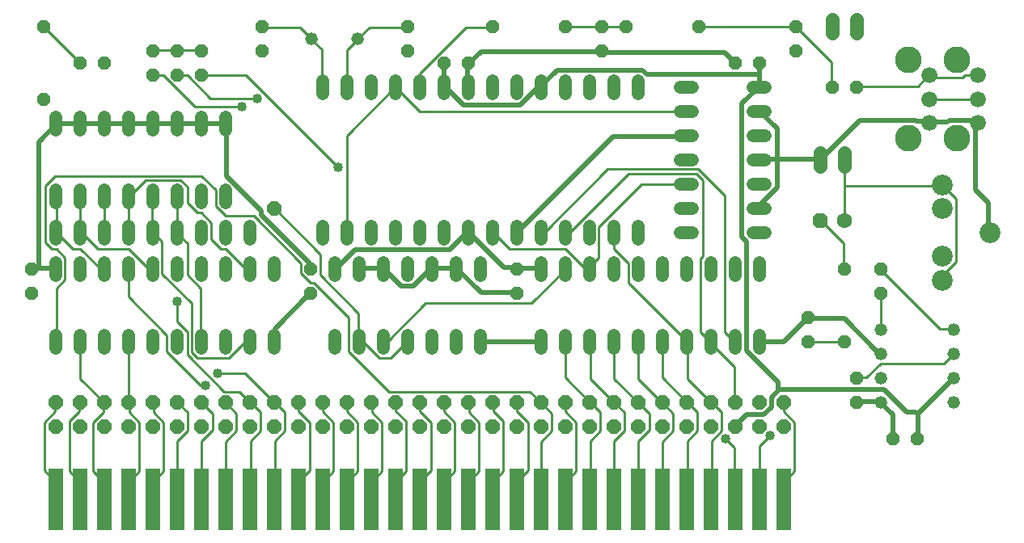
<source format=gtl>
G75*
%MOIN*%
%OFA0B0*%
%FSLAX24Y24*%
%IPPOS*%
%LPD*%
%AMOC8*
5,1,8,0,0,1.08239X$1,22.5*
%
%ADD10R,0.0600X0.2550*%
%ADD11OC8,0.0520*%
%ADD12OC8,0.0600*%
%ADD13C,0.0520*%
%ADD14C,0.0520*%
%ADD15OC8,0.0630*%
%ADD16C,0.0630*%
%ADD17C,0.0560*%
%ADD18C,0.0860*%
%ADD19C,0.0660*%
%ADD20C,0.1102*%
%ADD21OC8,0.0560*%
%ADD22C,0.0100*%
%ADD23C,0.0400*%
%ADD24C,0.0200*%
D10*
X001680Y001940D03*
X002680Y001940D03*
X003680Y001940D03*
X004680Y001940D03*
X005680Y001940D03*
X006680Y001940D03*
X007680Y001940D03*
X008680Y001940D03*
X009680Y001940D03*
X010680Y001940D03*
X011680Y001940D03*
X012680Y001940D03*
X013680Y001940D03*
X014680Y001940D03*
X015680Y001940D03*
X016680Y001940D03*
X017680Y001940D03*
X018680Y001940D03*
X019680Y001940D03*
X020680Y001940D03*
X021680Y001940D03*
X022680Y001940D03*
X023680Y001940D03*
X024680Y001940D03*
X025680Y001940D03*
X026680Y001940D03*
X027680Y001940D03*
X028680Y001940D03*
X029680Y001940D03*
X030680Y001940D03*
X031680Y001940D03*
D11*
X036180Y004440D03*
X037180Y004440D03*
X034680Y005940D03*
X034680Y006940D03*
X034180Y008440D03*
X032680Y008440D03*
X032680Y009440D03*
X035680Y010440D03*
X035680Y011440D03*
X034180Y011440D03*
X020680Y011440D03*
X020680Y010440D03*
X012180Y010440D03*
X012180Y011440D03*
X000680Y011440D03*
X000680Y010440D03*
X001180Y018440D03*
X002680Y019940D03*
X003680Y019940D03*
X001180Y021440D03*
X010180Y021440D03*
X010180Y020440D03*
X016180Y020440D03*
X017680Y019940D03*
X018680Y019940D03*
X019680Y021440D03*
X022680Y021440D03*
X024180Y021440D03*
X025180Y021440D03*
X024180Y020440D03*
X028180Y021440D03*
X029680Y019940D03*
X030680Y019940D03*
X032180Y020440D03*
X032180Y021440D03*
X033680Y018940D03*
X034680Y018940D03*
X016180Y021440D03*
D12*
X010680Y013940D03*
X010680Y005940D03*
X009680Y005940D03*
X008680Y005940D03*
X007680Y005940D03*
X006680Y005940D03*
X005680Y005940D03*
X004680Y005940D03*
X003680Y005940D03*
X002680Y005940D03*
X001680Y005940D03*
X001680Y004940D03*
X002680Y004940D03*
X003680Y004940D03*
X004680Y004940D03*
X005680Y004940D03*
X006680Y004940D03*
X007680Y004940D03*
X008680Y004940D03*
X009680Y004940D03*
X010680Y004940D03*
X011680Y004940D03*
X012680Y004940D03*
X013680Y004940D03*
X014680Y004940D03*
X015680Y004940D03*
X016680Y004940D03*
X017680Y004940D03*
X018680Y004940D03*
X019680Y004940D03*
X020680Y004940D03*
X021680Y004940D03*
X022680Y004940D03*
X023680Y004940D03*
X024680Y004940D03*
X025680Y004940D03*
X026680Y004940D03*
X027680Y004940D03*
X028680Y004940D03*
X029680Y004940D03*
X030680Y004940D03*
X031680Y004940D03*
X031680Y005940D03*
X030680Y005940D03*
X029680Y005940D03*
X028680Y005940D03*
X027680Y005940D03*
X026680Y005940D03*
X025680Y005940D03*
X024680Y005940D03*
X023680Y005940D03*
X022680Y005940D03*
X021680Y005940D03*
X020680Y005940D03*
X019680Y005940D03*
X018680Y005940D03*
X017680Y005940D03*
X016680Y005940D03*
X015680Y005940D03*
X014680Y005940D03*
X013680Y005940D03*
X012680Y005940D03*
X011680Y005940D03*
D13*
X010680Y008180D02*
X010680Y008700D01*
X009680Y008700D02*
X009680Y008180D01*
X008680Y008180D02*
X008680Y008700D01*
X007680Y008700D02*
X007680Y008180D01*
X006680Y008180D02*
X006680Y008700D01*
X005680Y008700D02*
X005680Y008180D01*
X004680Y008180D02*
X004680Y008700D01*
X003680Y008700D02*
X003680Y008180D01*
X002680Y008180D02*
X002680Y008700D01*
X001680Y008700D02*
X001680Y008180D01*
X001680Y011180D02*
X001680Y011700D01*
X002680Y011700D02*
X002680Y011180D01*
X003680Y011180D02*
X003680Y011700D01*
X004680Y011700D02*
X004680Y011180D01*
X005680Y011180D02*
X005680Y011700D01*
X006680Y011700D02*
X006680Y011180D01*
X007680Y011180D02*
X007680Y011700D01*
X008680Y011700D02*
X008680Y011180D01*
X009680Y011180D02*
X009680Y011700D01*
X010680Y011700D02*
X010680Y011180D01*
X013180Y011180D02*
X013180Y011700D01*
X014180Y011700D02*
X014180Y011180D01*
X015180Y011180D02*
X015180Y011700D01*
X016180Y011700D02*
X016180Y011180D01*
X017180Y011180D02*
X017180Y011700D01*
X018180Y011700D02*
X018180Y011180D01*
X019180Y011180D02*
X019180Y011700D01*
X018680Y012680D02*
X018680Y013200D01*
X017680Y013200D02*
X017680Y012680D01*
X016680Y012680D02*
X016680Y013200D01*
X015680Y013200D02*
X015680Y012680D01*
X014680Y012680D02*
X014680Y013200D01*
X013680Y013200D02*
X013680Y012680D01*
X012680Y012680D02*
X012680Y013200D01*
X009680Y013200D02*
X009680Y012680D01*
X008680Y012680D02*
X008680Y013200D01*
X007680Y013200D02*
X007680Y012680D01*
X006680Y012680D02*
X006680Y013200D01*
X005680Y013200D02*
X005680Y012680D01*
X004680Y012680D02*
X004680Y013200D01*
X003680Y013200D02*
X003680Y012680D01*
X002680Y012680D02*
X002680Y013200D01*
X001680Y013200D02*
X001680Y012680D01*
X001680Y014180D02*
X001680Y014700D01*
X002680Y014700D02*
X002680Y014180D01*
X003680Y014180D02*
X003680Y014700D01*
X004680Y014700D02*
X004680Y014180D01*
X005680Y014180D02*
X005680Y014700D01*
X006680Y014700D02*
X006680Y014180D01*
X007680Y014180D02*
X007680Y014700D01*
X008680Y014700D02*
X008680Y014180D01*
X008680Y017180D02*
X008680Y017700D01*
X007680Y017700D02*
X007680Y017180D01*
X006680Y017180D02*
X006680Y017700D01*
X005680Y017700D02*
X005680Y017180D01*
X004680Y017180D02*
X004680Y017700D01*
X003680Y017700D02*
X003680Y017180D01*
X002680Y017180D02*
X002680Y017700D01*
X001680Y017700D02*
X001680Y017180D01*
X012680Y018680D02*
X012680Y019200D01*
X013680Y019200D02*
X013680Y018680D01*
X014680Y018680D02*
X014680Y019200D01*
X015680Y019200D02*
X015680Y018680D01*
X016680Y018680D02*
X016680Y019200D01*
X017680Y019200D02*
X017680Y018680D01*
X018680Y018680D02*
X018680Y019200D01*
X019680Y019200D02*
X019680Y018680D01*
X020680Y018680D02*
X020680Y019200D01*
X021680Y019200D02*
X021680Y018680D01*
X022680Y018680D02*
X022680Y019200D01*
X023680Y019200D02*
X023680Y018680D01*
X024680Y018680D02*
X024680Y019200D01*
X025680Y019200D02*
X025680Y018680D01*
X027420Y018940D02*
X027940Y018940D01*
X027940Y017940D02*
X027420Y017940D01*
X027420Y016940D02*
X027940Y016940D01*
X027940Y015940D02*
X027420Y015940D01*
X027420Y014940D02*
X027940Y014940D01*
X027940Y013940D02*
X027420Y013940D01*
X025680Y013200D02*
X025680Y012680D01*
X024680Y012680D02*
X024680Y013200D01*
X023680Y013200D02*
X023680Y012680D01*
X022680Y012680D02*
X022680Y013200D01*
X021680Y013200D02*
X021680Y012680D01*
X020680Y012680D02*
X020680Y013200D01*
X019680Y013200D02*
X019680Y012680D01*
X021680Y011700D02*
X021680Y011180D01*
X022680Y011180D02*
X022680Y011700D01*
X023680Y011700D02*
X023680Y011180D01*
X024680Y011180D02*
X024680Y011700D01*
X025680Y011700D02*
X025680Y011180D01*
X026680Y011180D02*
X026680Y011700D01*
X027680Y011700D02*
X027680Y011180D01*
X028680Y011180D02*
X028680Y011700D01*
X029680Y011700D02*
X029680Y011180D01*
X030680Y011180D02*
X030680Y011700D01*
X030420Y012940D02*
X030940Y012940D01*
X030940Y013940D02*
X030420Y013940D01*
X030420Y014940D02*
X030940Y014940D01*
X030940Y015940D02*
X030420Y015940D01*
X030420Y016940D02*
X030940Y016940D01*
X030940Y017940D02*
X030420Y017940D01*
X030420Y018940D02*
X030940Y018940D01*
X027940Y012940D02*
X027420Y012940D01*
X027680Y008700D02*
X027680Y008180D01*
X026680Y008180D02*
X026680Y008700D01*
X025680Y008700D02*
X025680Y008180D01*
X024680Y008180D02*
X024680Y008700D01*
X023680Y008700D02*
X023680Y008180D01*
X022680Y008180D02*
X022680Y008700D01*
X021680Y008700D02*
X021680Y008180D01*
X019180Y008180D02*
X019180Y008700D01*
X018180Y008700D02*
X018180Y008180D01*
X017180Y008180D02*
X017180Y008700D01*
X016180Y008700D02*
X016180Y008180D01*
X015180Y008180D02*
X015180Y008700D01*
X014180Y008700D02*
X014180Y008180D01*
X013180Y008180D02*
X013180Y008700D01*
X028680Y008700D02*
X028680Y008180D01*
X029680Y008180D02*
X029680Y008700D01*
X030680Y008700D02*
X030680Y008180D01*
D14*
X035680Y007940D03*
X035680Y006940D03*
X035680Y005940D03*
X038680Y005940D03*
X038680Y006940D03*
X038680Y007940D03*
X038680Y008940D03*
X035680Y008940D03*
X014130Y020940D03*
X012230Y020940D03*
D15*
X033180Y013440D03*
D16*
X034180Y013440D03*
D17*
X034180Y015660D02*
X034180Y016220D01*
X033180Y016220D02*
X033180Y015660D01*
X033680Y021160D02*
X033680Y021720D01*
X034680Y021720D02*
X034680Y021160D01*
D18*
X038211Y014909D03*
X038211Y013924D03*
X040180Y012940D03*
X038211Y011956D03*
X038211Y010971D03*
D19*
X037680Y017456D03*
X039680Y017456D03*
X039680Y018440D03*
X037680Y018440D03*
X037680Y019424D03*
X039680Y019424D03*
D20*
X038814Y020054D03*
X036814Y020054D03*
X036814Y016826D03*
X038814Y016826D03*
D21*
X007680Y019440D03*
X006680Y019440D03*
X005680Y019440D03*
X005680Y020440D03*
X006680Y020440D03*
X007680Y020440D03*
D22*
X007650Y020455D01*
X006705Y020455D01*
X006680Y020440D01*
X006660Y020455D01*
X005715Y020455D01*
X005680Y020440D01*
X005680Y019440D02*
X005715Y019420D01*
X006120Y019420D01*
X007425Y018115D01*
X009360Y018115D01*
X009990Y018475D02*
X008055Y018475D01*
X007110Y019420D01*
X006705Y019420D01*
X006680Y019440D01*
X007680Y019440D02*
X007695Y019420D01*
X009540Y019420D01*
X013320Y015640D01*
X013680Y016945D02*
X015660Y018925D01*
X015680Y018940D01*
X015705Y018925D01*
X016695Y017935D01*
X027675Y017935D01*
X027680Y017940D01*
X028170Y015550D02*
X024435Y015550D01*
X021825Y012940D01*
X021680Y012940D01*
X022680Y012940D02*
X022860Y012940D01*
X025290Y015370D01*
X028080Y015370D01*
X028350Y015100D01*
X028350Y011950D01*
X028260Y011860D01*
X028260Y008845D01*
X028665Y008440D01*
X028680Y008440D01*
X028665Y008395D01*
X029655Y007405D01*
X029655Y005965D01*
X029680Y005940D01*
X029115Y005515D02*
X028710Y005920D01*
X028680Y005940D01*
X028665Y005965D01*
X027720Y006910D01*
X027720Y008440D01*
X027680Y008440D01*
X027675Y008485D01*
X025290Y010870D01*
X025290Y011680D01*
X024705Y012265D01*
X024705Y012940D01*
X024680Y012940D01*
X024075Y013165D02*
X024075Y011905D01*
X023670Y011500D01*
X023680Y011440D01*
X023670Y011455D01*
X023490Y011455D01*
X022680Y012265D01*
X020385Y012265D01*
X019710Y012940D01*
X019680Y012940D01*
X021285Y010015D02*
X022680Y011410D01*
X022680Y011440D01*
X021285Y010015D02*
X016920Y010015D01*
X015345Y008440D01*
X015180Y008440D01*
X015030Y007765D02*
X014355Y008440D01*
X014180Y008440D01*
X014175Y008485D01*
X014175Y009610D01*
X012600Y011185D01*
X012600Y012040D01*
X010710Y013930D01*
X010680Y013940D01*
X009855Y013615D02*
X011790Y011680D01*
X011790Y011275D01*
X012195Y010870D01*
X012330Y010870D01*
X013770Y009430D01*
X013770Y008035D01*
X015435Y006370D01*
X021240Y006370D01*
X021645Y005965D01*
X021680Y005940D01*
X021690Y005920D01*
X022140Y005470D01*
X022140Y004750D01*
X021690Y004300D01*
X021690Y001960D01*
X021680Y001940D01*
X020700Y001960D02*
X020680Y001940D01*
X020700Y001960D02*
X020700Y002680D01*
X021150Y003130D01*
X021150Y005110D01*
X020700Y005560D01*
X020700Y005920D01*
X020680Y005940D01*
X020115Y005155D02*
X019710Y005560D01*
X019710Y005920D01*
X019680Y005940D01*
X018720Y005920D02*
X018720Y005515D01*
X019125Y005110D01*
X019125Y003085D01*
X018720Y002680D01*
X018720Y001960D01*
X018680Y001940D01*
X017685Y001960D02*
X017680Y001940D01*
X017685Y001960D02*
X017685Y002635D01*
X018135Y003085D01*
X018135Y005110D01*
X017685Y005560D01*
X017685Y005920D01*
X017680Y005940D01*
X016695Y005920D02*
X016695Y005560D01*
X017145Y005110D01*
X017145Y003130D01*
X016695Y002680D01*
X016695Y001960D01*
X016680Y001940D01*
X015705Y001960D02*
X015680Y001940D01*
X015705Y001960D02*
X015705Y002680D01*
X016110Y003085D01*
X016110Y005155D01*
X015705Y005560D01*
X015705Y005920D01*
X015680Y005940D01*
X014715Y005920D02*
X014715Y005515D01*
X015120Y005110D01*
X015120Y003085D01*
X014715Y002680D01*
X014715Y001960D01*
X014680Y001940D01*
X013680Y001940D02*
X013680Y002635D01*
X014130Y003085D01*
X014130Y005110D01*
X013680Y005560D01*
X013680Y005940D01*
X013140Y005110D02*
X012690Y005560D01*
X012690Y005920D01*
X012680Y005940D01*
X011700Y005920D02*
X011700Y005560D01*
X012150Y005110D01*
X012150Y003130D01*
X011700Y002680D01*
X011700Y001960D01*
X011680Y001940D01*
X012680Y001940D02*
X012690Y001960D01*
X012690Y002635D01*
X013140Y003085D01*
X013140Y005110D01*
X011700Y005920D02*
X011680Y005940D01*
X011115Y005515D02*
X010710Y005920D01*
X010680Y005940D01*
X010665Y005965D01*
X009495Y007135D01*
X008370Y007135D01*
X007875Y006640D02*
X007650Y006640D01*
X006255Y008035D01*
X006255Y008710D01*
X004680Y010285D01*
X004680Y011440D01*
X005490Y011455D02*
X004680Y012265D01*
X003420Y012265D01*
X002745Y012940D01*
X002680Y012940D01*
X002700Y012940D01*
X002700Y014425D01*
X002680Y014440D01*
X003680Y014440D02*
X003690Y014425D01*
X003690Y012940D01*
X003680Y012940D01*
X004680Y012940D02*
X004680Y014440D01*
X004725Y014425D01*
X005400Y015100D01*
X006840Y015100D01*
X007110Y014830D01*
X007110Y014155D01*
X007515Y013750D01*
X007695Y013750D01*
X008100Y013345D01*
X008100Y012670D01*
X008505Y012265D01*
X008685Y012265D01*
X009495Y011455D01*
X009675Y011455D01*
X009680Y011440D01*
X007650Y010645D02*
X007110Y011185D01*
X007110Y012490D01*
X006705Y012895D01*
X006680Y012940D01*
X006705Y012940D01*
X006705Y014425D01*
X006680Y014440D01*
X005680Y014440D02*
X005670Y014425D01*
X005670Y012985D01*
X005680Y012940D01*
X005715Y012940D01*
X006075Y012580D01*
X006075Y011230D01*
X007290Y010015D01*
X007290Y007990D01*
X007515Y007765D01*
X008820Y007765D01*
X009495Y008440D01*
X009680Y008440D01*
X007680Y008440D02*
X007650Y008440D01*
X007650Y010645D01*
X006705Y010105D02*
X006705Y009250D01*
X007110Y008845D01*
X007110Y007900D01*
X008640Y006370D01*
X009270Y006370D01*
X009675Y005965D01*
X009680Y005940D01*
X009720Y005920D01*
X010125Y005515D01*
X010125Y004750D01*
X009720Y004345D01*
X009720Y001960D01*
X009680Y001940D01*
X008685Y001960D02*
X008680Y001940D01*
X008685Y001960D02*
X008685Y004300D01*
X009135Y004750D01*
X009135Y005470D01*
X008685Y005920D01*
X008680Y005940D01*
X008145Y005470D02*
X007695Y005920D01*
X007680Y005940D01*
X008145Y005470D02*
X008145Y004795D01*
X007695Y004345D01*
X007695Y001960D01*
X007680Y001940D01*
X006705Y001960D02*
X006680Y001940D01*
X006705Y001960D02*
X006705Y004345D01*
X007110Y004750D01*
X007110Y005515D01*
X006705Y005920D01*
X006680Y005940D01*
X005715Y005920D02*
X005715Y005515D01*
X006120Y005110D01*
X006120Y003085D01*
X005715Y002680D01*
X005715Y001960D01*
X005680Y001940D01*
X004680Y001940D02*
X004680Y002635D01*
X005130Y003085D01*
X005130Y005110D01*
X004725Y005515D01*
X004725Y005920D01*
X004680Y005940D01*
X004680Y008440D01*
X002700Y008440D02*
X002680Y008440D01*
X002700Y008440D02*
X002700Y006910D01*
X003645Y005965D01*
X003680Y005940D01*
X003645Y005920D01*
X003645Y005515D01*
X003240Y005110D01*
X003240Y003085D01*
X003645Y002680D01*
X003645Y001960D01*
X003680Y001940D01*
X002680Y001940D02*
X002655Y001960D01*
X002655Y002680D01*
X002250Y003085D01*
X002250Y005155D01*
X002655Y005560D01*
X002655Y005920D01*
X002680Y005940D01*
X001680Y005940D02*
X001665Y005920D01*
X001665Y005560D01*
X001215Y005110D01*
X001215Y003130D01*
X001665Y002680D01*
X001665Y001960D01*
X001680Y001940D01*
X005680Y005940D02*
X005715Y005920D01*
X010710Y004345D02*
X011115Y004750D01*
X011115Y005515D01*
X010710Y004345D02*
X010710Y001960D01*
X010680Y001940D01*
X014680Y005940D02*
X014715Y005920D01*
X016680Y005940D02*
X016695Y005920D01*
X018680Y005940D02*
X018720Y005920D01*
X020115Y005155D02*
X020115Y003085D01*
X019710Y002680D01*
X019710Y001960D01*
X019680Y001940D01*
X022680Y001940D02*
X022680Y002635D01*
X023130Y003085D01*
X023130Y005110D01*
X022680Y005560D01*
X022680Y005940D01*
X023670Y005965D02*
X023680Y005940D01*
X023715Y005920D01*
X024120Y005515D01*
X024120Y004750D01*
X023715Y004345D01*
X023715Y001960D01*
X023680Y001940D01*
X024680Y001940D02*
X024705Y001960D01*
X024705Y004345D01*
X025110Y004750D01*
X025110Y005515D01*
X024705Y005920D01*
X024680Y005940D01*
X024660Y005965D01*
X023715Y006910D01*
X023715Y008440D01*
X023680Y008440D01*
X022680Y008440D02*
X022680Y006955D01*
X023670Y005965D01*
X024705Y006910D02*
X025650Y005965D01*
X025680Y005940D01*
X025695Y005920D01*
X026145Y005470D01*
X026145Y004795D01*
X025695Y004345D01*
X025695Y001960D01*
X025680Y001940D01*
X026680Y001940D02*
X026685Y001960D01*
X026685Y004300D01*
X027135Y004750D01*
X027135Y005470D01*
X026685Y005920D01*
X026680Y005940D01*
X026640Y005965D01*
X025695Y006910D01*
X025695Y008440D01*
X025680Y008440D01*
X024705Y008440D02*
X024680Y008440D01*
X024705Y008440D02*
X024705Y006910D01*
X026685Y006955D02*
X027675Y005965D01*
X027680Y005940D01*
X027720Y005920D01*
X028125Y005515D01*
X028125Y004750D01*
X027720Y004345D01*
X027720Y001960D01*
X027680Y001940D01*
X028680Y001940D02*
X028710Y001960D01*
X028710Y004345D01*
X029115Y004750D01*
X029115Y005515D01*
X029295Y004435D02*
X029655Y004075D01*
X029655Y001960D01*
X029680Y001940D01*
X030680Y001940D02*
X030690Y001960D01*
X030690Y004120D01*
X031140Y004570D01*
X032130Y005110D02*
X032130Y003085D01*
X031680Y002635D01*
X031680Y001940D01*
X032130Y005110D02*
X031680Y005560D01*
X031680Y005940D01*
X034680Y006940D02*
X034695Y006955D01*
X035100Y006955D01*
X035685Y007540D01*
X038295Y007540D01*
X038655Y007900D01*
X038680Y007940D01*
X038680Y008940D02*
X038655Y008980D01*
X038115Y008980D01*
X035685Y011410D01*
X035680Y011440D01*
X034180Y011440D02*
X034155Y011455D01*
X034155Y012490D01*
X033210Y013435D01*
X033180Y013440D01*
X034180Y013440D02*
X034200Y013480D01*
X034200Y014875D01*
X038205Y014875D01*
X038211Y014909D01*
X038250Y014875D01*
X038790Y014335D01*
X038790Y011725D01*
X038250Y011185D01*
X038250Y011005D01*
X038211Y010971D01*
X035685Y010420D02*
X035680Y010440D01*
X035685Y010420D02*
X035685Y008980D01*
X035680Y008940D01*
X034180Y008440D02*
X032680Y008440D01*
X029680Y008440D02*
X029655Y008440D01*
X029250Y008845D01*
X029250Y014470D01*
X028170Y015550D01*
X027680Y014940D02*
X027675Y014920D01*
X025830Y014920D01*
X024075Y013165D01*
X034200Y014875D02*
X034200Y015910D01*
X034180Y015940D01*
X037680Y018440D02*
X037710Y018430D01*
X039645Y018430D01*
X039680Y018440D01*
X039645Y019420D02*
X039150Y019420D01*
X039060Y019330D01*
X037800Y019330D01*
X037710Y019420D01*
X037680Y019424D01*
X037665Y019420D01*
X037215Y018970D01*
X034695Y018970D01*
X034680Y018940D01*
X033680Y018940D02*
X033660Y018970D01*
X033660Y019960D01*
X032180Y021440D01*
X032175Y021445D01*
X028215Y021445D01*
X028180Y021440D01*
X025180Y021440D02*
X025155Y021445D01*
X024210Y021445D01*
X024180Y021440D01*
X024165Y021445D01*
X022680Y021445D01*
X022680Y021440D01*
X019680Y021440D02*
X019665Y021400D01*
X018585Y021400D01*
X016695Y019510D01*
X016695Y018970D01*
X016680Y018940D01*
X013680Y018940D02*
X013680Y020455D01*
X014130Y020905D01*
X014130Y020940D01*
X014175Y020950D01*
X014625Y021400D01*
X016155Y021400D01*
X016180Y021440D01*
X012645Y020500D02*
X012240Y020905D01*
X012230Y020940D01*
X012195Y020950D01*
X011745Y021400D01*
X010215Y021400D01*
X010180Y021440D01*
X012645Y020500D02*
X012645Y018970D01*
X012680Y018940D01*
X013680Y016945D02*
X013680Y012940D01*
X009855Y013615D02*
X008685Y013615D01*
X008280Y014020D01*
X008280Y014695D01*
X007695Y015280D01*
X001665Y015280D01*
X001260Y014875D01*
X001260Y012535D01*
X001530Y012265D01*
X001710Y012265D01*
X002070Y011905D01*
X002070Y011005D01*
X001710Y010645D01*
X001710Y008440D01*
X001680Y008440D01*
X003510Y011455D02*
X002700Y012265D01*
X002385Y012265D01*
X001710Y012940D01*
X001680Y012940D01*
X001710Y012985D01*
X001710Y014425D01*
X001680Y014440D01*
X003510Y011455D02*
X003645Y011455D01*
X003680Y011440D01*
X005490Y011455D02*
X005670Y011455D01*
X005680Y011440D01*
X015030Y007765D02*
X015480Y007765D01*
X016155Y008440D01*
X016180Y008440D01*
X026680Y008440D02*
X026685Y008440D01*
X026685Y006955D01*
X039645Y019420D02*
X039680Y019424D01*
X002680Y019940D02*
X002655Y019960D01*
X001215Y021400D01*
X001180Y021440D01*
D23*
X009360Y018115D03*
X009990Y018475D03*
X013320Y015640D03*
X006705Y010105D03*
X008370Y007135D03*
X007875Y006640D03*
X029295Y004435D03*
X031140Y004570D03*
D24*
X030150Y005425D02*
X029700Y004975D01*
X029680Y004940D01*
X030150Y005425D02*
X030870Y005425D01*
X031185Y005740D01*
X031185Y006145D01*
X031500Y006460D01*
X031455Y006550D01*
X031455Y006775D01*
X030150Y008080D01*
X030150Y012580D01*
X029970Y012760D01*
X029970Y018250D01*
X030600Y018880D01*
X030680Y018940D01*
X030690Y018970D01*
X030690Y019465D01*
X026055Y019465D01*
X025875Y019645D01*
X022365Y019645D01*
X021735Y019015D01*
X021680Y018940D01*
X021645Y018925D01*
X021555Y018925D01*
X020835Y018205D01*
X018495Y018205D01*
X017775Y018925D01*
X017680Y018940D01*
X017685Y018970D01*
X017685Y019915D01*
X017680Y019940D01*
X018675Y019915D02*
X018680Y019940D01*
X018765Y019960D01*
X019215Y020410D01*
X024165Y020410D01*
X024180Y020440D01*
X024255Y020365D01*
X029250Y020365D01*
X029655Y019960D01*
X029680Y019940D01*
X030680Y019940D02*
X030690Y019915D01*
X030690Y019465D01*
X030680Y017940D02*
X030690Y017935D01*
X031410Y017215D01*
X031410Y015955D01*
X031410Y014785D01*
X030690Y014065D01*
X030690Y013975D01*
X030680Y013940D01*
X030680Y015940D02*
X030690Y015955D01*
X031410Y015955D01*
X033165Y015955D01*
X033180Y015940D01*
X033255Y016000D01*
X034830Y017575D01*
X037125Y017575D01*
X037170Y017530D01*
X037620Y017530D01*
X037680Y017456D01*
X037710Y017485D01*
X038430Y017485D01*
X038520Y017575D01*
X039555Y017575D01*
X039645Y017485D01*
X039680Y017456D01*
X039600Y017395D01*
X039600Y014695D01*
X040140Y014155D01*
X040140Y012940D01*
X040180Y012940D01*
X035640Y007945D02*
X034200Y009385D01*
X032760Y009385D01*
X032680Y009440D01*
X031680Y008440D01*
X030680Y008440D01*
X031500Y006460D02*
X035820Y006460D01*
X036765Y005515D01*
X037125Y005515D01*
X037215Y005470D01*
X038655Y006910D01*
X038680Y006940D01*
X036180Y005425D02*
X035730Y005875D01*
X035680Y005940D01*
X035640Y005965D01*
X034695Y005965D01*
X034680Y005940D01*
X036180Y005425D02*
X036180Y004440D01*
X037180Y004440D02*
X037215Y004480D01*
X037215Y005470D01*
X035680Y007940D02*
X035640Y007945D01*
X021680Y008440D02*
X019180Y008440D01*
X019215Y010465D02*
X018270Y011410D01*
X018180Y011440D01*
X018180Y011455D01*
X017190Y011455D01*
X017180Y011440D01*
X017100Y011410D01*
X016425Y010735D01*
X015930Y010735D01*
X015255Y011410D01*
X015180Y011440D01*
X015165Y011455D01*
X014220Y011455D01*
X014180Y011440D01*
X014040Y012220D02*
X013275Y011455D01*
X013185Y011455D01*
X013180Y011440D01*
X012180Y011440D02*
X012150Y011455D01*
X012150Y011680D01*
X010170Y013660D01*
X010170Y013840D01*
X008730Y015280D01*
X008730Y017350D01*
X008680Y017440D01*
X007680Y017440D01*
X006680Y017440D01*
X005680Y017440D01*
X004680Y017440D01*
X003680Y017440D01*
X002680Y017440D01*
X001680Y017440D01*
X001665Y017350D01*
X000990Y016675D01*
X000990Y011455D01*
X000720Y011455D01*
X000680Y011440D01*
X000990Y011455D02*
X001665Y011455D01*
X001680Y011440D01*
X010710Y008980D02*
X010710Y008440D01*
X010680Y008440D01*
X010710Y008980D02*
X012150Y010420D01*
X012180Y010440D01*
X014040Y012220D02*
X017910Y012220D01*
X018585Y012895D01*
X018680Y012940D01*
X018720Y012940D01*
X020160Y011500D01*
X020610Y011500D01*
X020680Y011440D01*
X020700Y011455D01*
X021645Y011455D01*
X021680Y011440D01*
X020655Y010465D02*
X020680Y010440D01*
X020655Y010465D02*
X019215Y010465D01*
X020680Y012940D02*
X020700Y012940D01*
X024660Y016900D01*
X027675Y016900D01*
X027680Y016940D01*
X018680Y018940D02*
X018675Y018970D01*
X018675Y019915D01*
M02*

</source>
